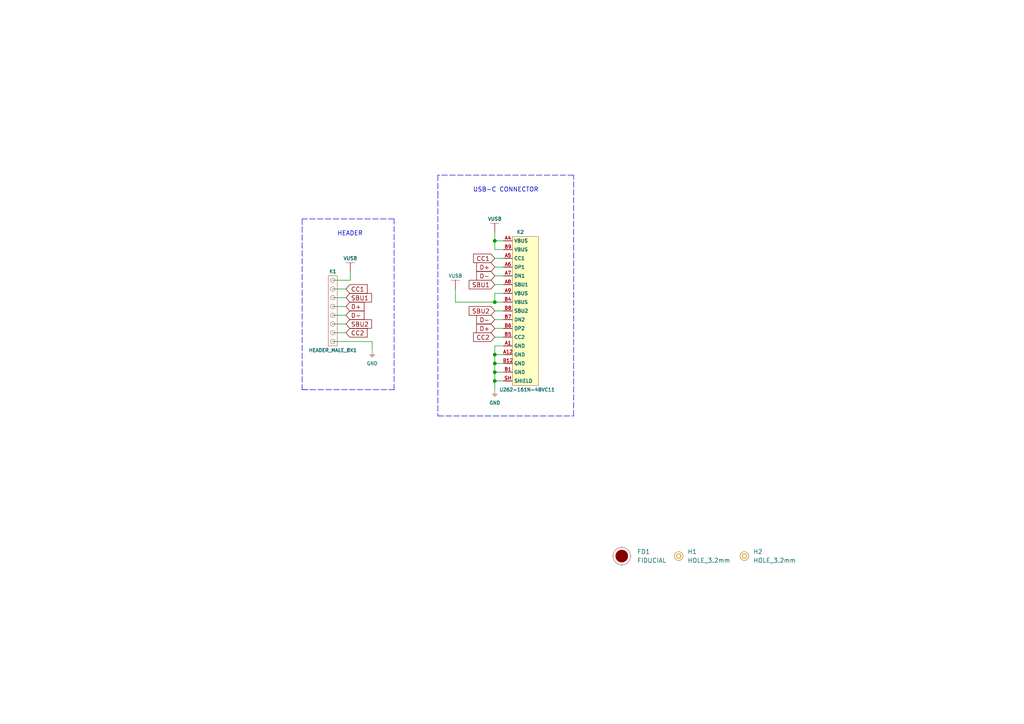
<source format=kicad_sch>
(kicad_sch (version 20210621) (generator eeschema)

  (uuid c98c2be4-887a-447d-897a-0c3b55f08831)

  (paper "A4")

  (title_block
    (title "USB-C breakout")
    (date "2021-07-06")
    (rev "V1.1.1.")
    (company "SOLDERED")
    (comment 1 "333011")
  )

  (lib_symbols
    (symbol "e-radionica.com schematics:FIDUCIAL" (in_bom no) (on_board yes)
      (property "Reference" "FD" (id 0) (at 0 3.81 0)
        (effects (font (size 1.27 1.27)))
      )
      (property "Value" "FIDUCIAL" (id 1) (at 0 -3.81 0)
        (effects (font (size 1.27 1.27)))
      )
      (property "Footprint" "e-radionica.com footprinti:FIDUCIAL_23" (id 2) (at 0.254 -5.334 0)
        (effects (font (size 1.27 1.27)) hide)
      )
      (property "Datasheet" "" (id 3) (at 0 0 0)
        (effects (font (size 1.27 1.27)) hide)
      )
      (symbol "FIDUCIAL_0_1"
        (circle (center 0 0) (radius 2.54) (stroke (width 0.0006)) (fill (type none)))
        (circle (center 0 0) (radius 1.7961) (stroke (width 0.001)) (fill (type outline)))
        (polyline
          (pts
            (xy -2.54 0)
            (xy -2.794 0)
          )
          (stroke (width 0.0006)) (fill (type none))
        )
        (polyline
          (pts
            (xy 0 -2.54)
            (xy 0 -2.794)
          )
          (stroke (width 0.0006)) (fill (type none))
        )
        (polyline
          (pts
            (xy 0 2.54)
            (xy 0 2.794)
          )
          (stroke (width 0.0006)) (fill (type none))
        )
        (polyline
          (pts
            (xy 2.54 0)
            (xy 2.794 0)
          )
          (stroke (width 0.0006)) (fill (type none))
        )
      )
    )
    (symbol "e-radionica.com schematics:GND" (power) (pin_names (offset 0)) (in_bom yes) (on_board yes)
      (property "Reference" "#PWR" (id 0) (at 4.445 0 0)
        (effects (font (size 1 1)) hide)
      )
      (property "Value" "GND" (id 1) (at 0 -2.921 0)
        (effects (font (size 1 1)))
      )
      (property "Footprint" "" (id 2) (at 4.445 3.81 0)
        (effects (font (size 1 1)) hide)
      )
      (property "Datasheet" "" (id 3) (at 4.445 3.81 0)
        (effects (font (size 1 1)) hide)
      )
      (property "ki_keywords" "power-flag" (id 4) (at 0 0 0)
        (effects (font (size 1.27 1.27)) hide)
      )
      (property "ki_description" "Power symbol creates a global label with name \"+3V3\"" (id 5) (at 0 0 0)
        (effects (font (size 1.27 1.27)) hide)
      )
      (symbol "GND_0_1"
        (polyline
          (pts
            (xy -0.762 -1.27)
            (xy 0.762 -1.27)
          )
          (stroke (width 0.0006)) (fill (type none))
        )
        (polyline
          (pts
            (xy -0.635 -1.524)
            (xy 0.635 -1.524)
          )
          (stroke (width 0.0006)) (fill (type none))
        )
        (polyline
          (pts
            (xy -0.381 -1.778)
            (xy 0.381 -1.778)
          )
          (stroke (width 0.0006)) (fill (type none))
        )
        (polyline
          (pts
            (xy -0.127 -2.032)
            (xy 0.127 -2.032)
          )
          (stroke (width 0.0006)) (fill (type none))
        )
        (polyline
          (pts
            (xy 0 0)
            (xy 0 -1.27)
          )
          (stroke (width 0.0006)) (fill (type none))
        )
      )
      (symbol "GND_1_1"
        (pin power_in line (at 0 0 270) (length 0) hide
          (name "GND" (effects (font (size 1.27 1.27))))
          (number "1" (effects (font (size 1.27 1.27))))
        )
      )
    )
    (symbol "e-radionica.com schematics:HEADER_MALE_8X1" (pin_numbers hide) (pin_names hide) (in_bom yes) (on_board yes)
      (property "Reference" "K" (id 0) (at -0.635 12.7 0)
        (effects (font (size 1 1)))
      )
      (property "Value" "HEADER_MALE_8X1" (id 1) (at 0.635 -10.16 0)
        (effects (font (size 1 1)))
      )
      (property "Footprint" "e-radionica.com footprinti:HEADER_MALE_8X1" (id 2) (at 0 0 0)
        (effects (font (size 1 1)) hide)
      )
      (property "Datasheet" "" (id 3) (at 0 0 0)
        (effects (font (size 1 1)) hide)
      )
      (symbol "HEADER_MALE_8X1_0_1"
        (circle (center 0 -7.62) (radius 0.635) (stroke (width 0.0006)) (fill (type none)))
        (circle (center 0 -5.08) (radius 0.635) (stroke (width 0.0006)) (fill (type none)))
        (circle (center 0 -2.54) (radius 0.635) (stroke (width 0.0006)) (fill (type none)))
        (circle (center 0 0) (radius 0.635) (stroke (width 0.0006)) (fill (type none)))
        (circle (center 0 2.54) (radius 0.635) (stroke (width 0.0006)) (fill (type none)))
        (circle (center 0 5.08) (radius 0.635) (stroke (width 0.0006)) (fill (type none)))
        (circle (center 0 7.62) (radius 0.635) (stroke (width 0.0006)) (fill (type none)))
        (circle (center 0 10.16) (radius 0.635) (stroke (width 0.0006)) (fill (type none)))
        (rectangle (start 1.27 -8.89) (end -1.27 11.43)
          (stroke (width 0.0006)) (fill (type none))
        )
      )
      (symbol "HEADER_MALE_8X1_1_1"
        (pin passive line (at 0 -7.62 180) (length 0)
          (name "~" (effects (font (size 0.991 0.991))))
          (number "1" (effects (font (size 0.991 0.991))))
        )
        (pin passive line (at 0 -5.08 180) (length 0)
          (name "~" (effects (font (size 0.991 0.991))))
          (number "2" (effects (font (size 0.991 0.991))))
        )
        (pin passive line (at 0 -2.54 180) (length 0)
          (name "~" (effects (font (size 0.991 0.991))))
          (number "3" (effects (font (size 0.991 0.991))))
        )
        (pin passive line (at 0 0 180) (length 0)
          (name "~" (effects (font (size 0.991 0.991))))
          (number "4" (effects (font (size 0.991 0.991))))
        )
        (pin passive line (at 0 2.54 180) (length 0)
          (name "~" (effects (font (size 0.991 0.991))))
          (number "5" (effects (font (size 0.991 0.991))))
        )
        (pin passive line (at 0 5.08 180) (length 0)
          (name "~" (effects (font (size 0.991 0.991))))
          (number "6" (effects (font (size 0.991 0.991))))
        )
        (pin passive line (at 0 7.62 180) (length 0)
          (name "~" (effects (font (size 0.991 0.991))))
          (number "7" (effects (font (size 0.991 0.991))))
        )
        (pin passive line (at 0 10.16 180) (length 0)
          (name "~" (effects (font (size 0.991 0.991))))
          (number "8" (effects (font (size 0.991 0.991))))
        )
      )
    )
    (symbol "e-radionica.com schematics:HOLE_3.2mm" (pin_numbers hide) (pin_names hide) (in_bom yes) (on_board yes)
      (property "Reference" "H" (id 0) (at 0 2.54 0)
        (effects (font (size 1.27 1.27)))
      )
      (property "Value" "HOLE_3.2mm" (id 1) (at 0 -2.54 0)
        (effects (font (size 1.27 1.27)))
      )
      (property "Footprint" "e-radionica.com footprinti:HOLE_3.2mm" (id 2) (at 0 0 0)
        (effects (font (size 1.27 1.27)) hide)
      )
      (property "Datasheet" "" (id 3) (at 0 0 0)
        (effects (font (size 1.27 1.27)) hide)
      )
      (symbol "HOLE_3.2mm_0_1"
        (circle (center 0 0) (radius 0.635) (stroke (width 0.0006)) (fill (type none)))
        (circle (center 0 0) (radius 1.27) (stroke (width 0.001)) (fill (type background)))
      )
    )
    (symbol "e-radionica.com schematics:U262-161N-4BVC11" (in_bom yes) (on_board yes)
      (property "Reference" "K" (id 0) (at 0 22.86 0)
        (effects (font (size 1 1)))
      )
      (property "Value" "U262-161N-4BVC11" (id 1) (at 2.54 -22.86 0)
        (effects (font (size 1 1)))
      )
      (property "Footprint" "e-radionica.com footprinti:U262-161N-4BVC11" (id 2) (at 1.27 -3.81 0)
        (effects (font (size 1 1)) hide)
      )
      (property "Datasheet" "" (id 3) (at 1.27 -3.81 0)
        (effects (font (size 1 1)) hide)
      )
      (property "ki_keywords" "USBC USB-C USB" (id 4) (at 0 0 0)
        (effects (font (size 1.27 1.27)) hide)
      )
      (symbol "U262-161N-4BVC11_0_1"
        (rectangle (start -1.27 21.59) (end 6.35 -21.59)
          (stroke (width 0.001)) (fill (type background))
        )
      )
      (symbol "U262-161N-4BVC11_1_1"
        (pin passive line (at -3.81 -10.16 0) (length 2.54)
          (name "GND" (effects (font (size 1 1))))
          (number "A1" (effects (font (size 1 1))))
        )
        (pin passive line (at -3.81 -12.7 0) (length 2.54)
          (name "GND" (effects (font (size 1 1))))
          (number "A12" (effects (font (size 1 1))))
        )
        (pin passive line (at -3.81 20.32 0) (length 2.54)
          (name "VBUS" (effects (font (size 1 1))))
          (number "A4" (effects (font (size 1 1))))
        )
        (pin passive line (at -3.81 15.24 0) (length 2.54)
          (name "CC1" (effects (font (size 1 1))))
          (number "A5" (effects (font (size 1 1))))
        )
        (pin passive line (at -3.81 12.7 0) (length 2.54)
          (name "DP1" (effects (font (size 1 1))))
          (number "A6" (effects (font (size 1 1))))
        )
        (pin passive line (at -3.81 10.16 0) (length 2.54)
          (name "DN1" (effects (font (size 1 1))))
          (number "A7" (effects (font (size 1 1))))
        )
        (pin passive line (at -3.81 7.62 0) (length 2.54)
          (name "SBU1" (effects (font (size 1 1))))
          (number "A8" (effects (font (size 1 1))))
        )
        (pin passive line (at -3.81 5.08 0) (length 2.54)
          (name "VBUS" (effects (font (size 1 1))))
          (number "A9" (effects (font (size 1 1))))
        )
        (pin passive line (at -3.81 -17.78 0) (length 2.54)
          (name "GND" (effects (font (size 1 1))))
          (number "B1" (effects (font (size 1 1))))
        )
        (pin passive line (at -3.81 -15.24 0) (length 2.54)
          (name "GND" (effects (font (size 1 1))))
          (number "B12" (effects (font (size 1 1))))
        )
        (pin passive line (at -3.81 2.54 0) (length 2.54)
          (name "VBUS" (effects (font (size 1 1))))
          (number "B4" (effects (font (size 1 1))))
        )
        (pin passive line (at -3.81 -7.62 0) (length 2.54)
          (name "CC2" (effects (font (size 1 1))))
          (number "B5" (effects (font (size 1 1))))
        )
        (pin passive line (at -3.81 -5.08 0) (length 2.54)
          (name "DP2" (effects (font (size 1 1))))
          (number "B6" (effects (font (size 1 1))))
        )
        (pin passive line (at -3.81 -2.54 0) (length 2.54)
          (name "DN2" (effects (font (size 1 1))))
          (number "B7" (effects (font (size 1 1))))
        )
        (pin passive line (at -3.81 0 0) (length 2.54)
          (name "SBU2" (effects (font (size 1 1))))
          (number "B8" (effects (font (size 1 1))))
        )
        (pin passive line (at -3.81 17.78 0) (length 2.54)
          (name "VBUS" (effects (font (size 1 1))))
          (number "B9" (effects (font (size 1 1))))
        )
        (pin passive line (at -3.81 -20.32 0) (length 2.54)
          (name "SHIELD" (effects (font (size 1 1))))
          (number "SH" (effects (font (size 1 1))))
        )
      )
    )
    (symbol "e-radionica.com schematics:VUSB" (power) (pin_names (offset 0)) (in_bom yes) (on_board yes)
      (property "Reference" "#PWR" (id 0) (at 4.445 0 0)
        (effects (font (size 1 1)) hide)
      )
      (property "Value" "VUSB" (id 1) (at 0 3.556 0)
        (effects (font (size 1 1)))
      )
      (property "Footprint" "" (id 2) (at 4.445 3.81 0)
        (effects (font (size 1 1)) hide)
      )
      (property "Datasheet" "" (id 3) (at 4.445 3.81 0)
        (effects (font (size 1 1)) hide)
      )
      (property "ki_keywords" "power-flag" (id 4) (at 0 0 0)
        (effects (font (size 1.27 1.27)) hide)
      )
      (property "ki_description" "Power symbol creates a global label with name \"+3V3\"" (id 5) (at 0 0 0)
        (effects (font (size 1.27 1.27)) hide)
      )
      (symbol "VUSB_0_1"
        (polyline
          (pts
            (xy -1.27 2.54)
            (xy 1.27 2.54)
          )
          (stroke (width 0.0006)) (fill (type none))
        )
        (polyline
          (pts
            (xy 0 0)
            (xy 0 2.54)
          )
          (stroke (width 0)) (fill (type none))
        )
      )
      (symbol "VUSB_1_1"
        (pin power_in line (at 0 0 90) (length 0) hide
          (name "VUSB" (effects (font (size 1.27 1.27))))
          (number "1" (effects (font (size 1.27 1.27))))
        )
      )
    )
  )

  (junction (at 143.51 69.85) (diameter 0.9144) (color 0 0 0 0))
  (junction (at 143.51 87.63) (diameter 0.9144) (color 0 0 0 0))
  (junction (at 143.51 102.87) (diameter 0.9144) (color 0 0 0 0))
  (junction (at 143.51 105.41) (diameter 0.9144) (color 0 0 0 0))
  (junction (at 143.51 107.95) (diameter 0.9144) (color 0 0 0 0))
  (junction (at 143.51 110.49) (diameter 0.9144) (color 0 0 0 0))

  (wire (pts (xy 96.52 81.28) (xy 101.6 81.28))
    (stroke (width 0) (type solid) (color 0 0 0 0))
    (uuid 4e84f56c-a2fa-4bbb-871b-304f8c7ebe33)
  )
  (wire (pts (xy 96.52 83.82) (xy 100.33 83.82))
    (stroke (width 0) (type solid) (color 0 0 0 0))
    (uuid a89ac1b8-9afb-4cfc-8180-04145a78e119)
  )
  (wire (pts (xy 96.52 86.36) (xy 100.33 86.36))
    (stroke (width 0) (type solid) (color 0 0 0 0))
    (uuid 68c49adf-a7c0-4650-a707-c489f2fe1466)
  )
  (wire (pts (xy 96.52 88.9) (xy 100.33 88.9))
    (stroke (width 0) (type solid) (color 0 0 0 0))
    (uuid 95fe3fce-21e8-469e-8020-169222fbc14f)
  )
  (wire (pts (xy 96.52 91.44) (xy 100.33 91.44))
    (stroke (width 0) (type solid) (color 0 0 0 0))
    (uuid 55beed1a-0a1d-49ef-abc3-b89169650894)
  )
  (wire (pts (xy 96.52 93.98) (xy 100.33 93.98))
    (stroke (width 0) (type solid) (color 0 0 0 0))
    (uuid 1ed4f9e0-509b-43ed-a85a-b27f85c9dd92)
  )
  (wire (pts (xy 96.52 96.52) (xy 100.33 96.52))
    (stroke (width 0) (type solid) (color 0 0 0 0))
    (uuid 26c720dc-2c14-458e-903e-8077d78a5d94)
  )
  (wire (pts (xy 96.52 99.06) (xy 107.95 99.06))
    (stroke (width 0) (type solid) (color 0 0 0 0))
    (uuid 21f1bd25-a1d9-4648-a0d6-fe6d99b828f4)
  )
  (wire (pts (xy 101.6 81.28) (xy 101.6 78.74))
    (stroke (width 0) (type solid) (color 0 0 0 0))
    (uuid 4e84f56c-a2fa-4bbb-871b-304f8c7ebe33)
  )
  (wire (pts (xy 107.95 99.06) (xy 107.95 101.6))
    (stroke (width 0) (type solid) (color 0 0 0 0))
    (uuid f05cebb0-39ce-4442-b6a8-854120863679)
  )
  (wire (pts (xy 132.08 87.63) (xy 132.08 83.82))
    (stroke (width 0) (type solid) (color 0 0 0 0))
    (uuid 36ce1aa8-010d-4ff0-b2e2-3c5add429555)
  )
  (wire (pts (xy 143.51 69.85) (xy 143.51 67.31))
    (stroke (width 0) (type solid) (color 0 0 0 0))
    (uuid d08d464e-d641-4189-a624-b144e91c6ee6)
  )
  (wire (pts (xy 143.51 72.39) (xy 143.51 69.85))
    (stroke (width 0) (type solid) (color 0 0 0 0))
    (uuid f6e63589-23ee-4354-9e91-a2acbc6303ab)
  )
  (wire (pts (xy 143.51 74.93) (xy 146.05 74.93))
    (stroke (width 0) (type solid) (color 0 0 0 0))
    (uuid fb4f1ff1-f3ba-4ec0-b9f8-6c1aa915c78c)
  )
  (wire (pts (xy 143.51 77.47) (xy 146.05 77.47))
    (stroke (width 0) (type solid) (color 0 0 0 0))
    (uuid bdb7214e-8e5c-4740-9d7e-df9341c9f3c1)
  )
  (wire (pts (xy 143.51 80.01) (xy 146.05 80.01))
    (stroke (width 0) (type solid) (color 0 0 0 0))
    (uuid 405237ff-6e4d-4870-9fae-56aa22386291)
  )
  (wire (pts (xy 143.51 82.55) (xy 146.05 82.55))
    (stroke (width 0) (type solid) (color 0 0 0 0))
    (uuid 9f028d61-9c98-4e0b-9671-f7230190c078)
  )
  (wire (pts (xy 143.51 85.09) (xy 143.51 87.63))
    (stroke (width 0) (type solid) (color 0 0 0 0))
    (uuid d6c0036d-4eb0-4103-a20f-56d413d2e356)
  )
  (wire (pts (xy 143.51 87.63) (xy 132.08 87.63))
    (stroke (width 0) (type solid) (color 0 0 0 0))
    (uuid 36ce1aa8-010d-4ff0-b2e2-3c5add429555)
  )
  (wire (pts (xy 143.51 90.17) (xy 146.05 90.17))
    (stroke (width 0) (type solid) (color 0 0 0 0))
    (uuid 9a0dab78-5ecf-46a1-ba0e-db6eb04cc615)
  )
  (wire (pts (xy 143.51 92.71) (xy 146.05 92.71))
    (stroke (width 0) (type solid) (color 0 0 0 0))
    (uuid 378ce38a-0620-45d8-aba9-2c7154848895)
  )
  (wire (pts (xy 143.51 95.25) (xy 146.05 95.25))
    (stroke (width 0) (type solid) (color 0 0 0 0))
    (uuid 544d9f56-49b3-46e4-afd5-97eafe47d227)
  )
  (wire (pts (xy 143.51 97.79) (xy 146.05 97.79))
    (stroke (width 0) (type solid) (color 0 0 0 0))
    (uuid 5f4200d4-5881-4798-9bef-b13197aab340)
  )
  (wire (pts (xy 143.51 100.33) (xy 143.51 102.87))
    (stroke (width 0) (type solid) (color 0 0 0 0))
    (uuid 8bee754a-7238-4f62-ac51-24452bba67bb)
  )
  (wire (pts (xy 143.51 102.87) (xy 143.51 105.41))
    (stroke (width 0) (type solid) (color 0 0 0 0))
    (uuid 1fadda08-e000-4c51-8fcd-ab0169f08f24)
  )
  (wire (pts (xy 143.51 105.41) (xy 143.51 107.95))
    (stroke (width 0) (type solid) (color 0 0 0 0))
    (uuid e500818f-79f0-4ece-b7b2-c41d35736c20)
  )
  (wire (pts (xy 143.51 107.95) (xy 143.51 110.49))
    (stroke (width 0) (type solid) (color 0 0 0 0))
    (uuid 01cb6e45-ec8b-4a4b-a28d-7179a1de486b)
  )
  (wire (pts (xy 143.51 110.49) (xy 143.51 113.03))
    (stroke (width 0) (type solid) (color 0 0 0 0))
    (uuid f8878235-5d4c-4195-b856-77b4928f3c9e)
  )
  (wire (pts (xy 146.05 69.85) (xy 143.51 69.85))
    (stroke (width 0) (type solid) (color 0 0 0 0))
    (uuid d08d464e-d641-4189-a624-b144e91c6ee6)
  )
  (wire (pts (xy 146.05 72.39) (xy 143.51 72.39))
    (stroke (width 0) (type solid) (color 0 0 0 0))
    (uuid f6e63589-23ee-4354-9e91-a2acbc6303ab)
  )
  (wire (pts (xy 146.05 85.09) (xy 143.51 85.09))
    (stroke (width 0) (type solid) (color 0 0 0 0))
    (uuid d6c0036d-4eb0-4103-a20f-56d413d2e356)
  )
  (wire (pts (xy 146.05 87.63) (xy 143.51 87.63))
    (stroke (width 0) (type solid) (color 0 0 0 0))
    (uuid 36ce1aa8-010d-4ff0-b2e2-3c5add429555)
  )
  (wire (pts (xy 146.05 100.33) (xy 143.51 100.33))
    (stroke (width 0) (type solid) (color 0 0 0 0))
    (uuid 8bee754a-7238-4f62-ac51-24452bba67bb)
  )
  (wire (pts (xy 146.05 102.87) (xy 143.51 102.87))
    (stroke (width 0) (type solid) (color 0 0 0 0))
    (uuid 1fadda08-e000-4c51-8fcd-ab0169f08f24)
  )
  (wire (pts (xy 146.05 105.41) (xy 143.51 105.41))
    (stroke (width 0) (type solid) (color 0 0 0 0))
    (uuid e500818f-79f0-4ece-b7b2-c41d35736c20)
  )
  (wire (pts (xy 146.05 107.95) (xy 143.51 107.95))
    (stroke (width 0) (type solid) (color 0 0 0 0))
    (uuid 01cb6e45-ec8b-4a4b-a28d-7179a1de486b)
  )
  (wire (pts (xy 146.05 110.49) (xy 143.51 110.49))
    (stroke (width 0) (type solid) (color 0 0 0 0))
    (uuid f8878235-5d4c-4195-b856-77b4928f3c9e)
  )
  (polyline (pts (xy 87.63 63.5) (xy 87.63 113.03))
    (stroke (width 0) (type dash) (color 0 0 0 0))
    (uuid cb23825a-1c21-4fa5-8200-89abe28302b1)
  )
  (polyline (pts (xy 87.63 113.03) (xy 90.17 113.03))
    (stroke (width 0) (type dash) (color 0 0 0 0))
    (uuid cb23825a-1c21-4fa5-8200-89abe28302b1)
  )
  (polyline (pts (xy 87.63 113.03) (xy 114.3 113.03))
    (stroke (width 0) (type dash) (color 0 0 0 0))
    (uuid cb23825a-1c21-4fa5-8200-89abe28302b1)
  )
  (polyline (pts (xy 114.3 63.5) (xy 87.63 63.5))
    (stroke (width 0) (type dash) (color 0 0 0 0))
    (uuid cb23825a-1c21-4fa5-8200-89abe28302b1)
  )
  (polyline (pts (xy 114.3 113.03) (xy 114.3 63.5))
    (stroke (width 0) (type dash) (color 0 0 0 0))
    (uuid cb23825a-1c21-4fa5-8200-89abe28302b1)
  )
  (polyline (pts (xy 127 50.8) (xy 127 55.88))
    (stroke (width 0) (type dash) (color 0 0 0 0))
    (uuid 9905690c-eddf-4792-9407-e599046f38f3)
  )
  (polyline (pts (xy 127 55.88) (xy 127 120.65))
    (stroke (width 0) (type dash) (color 0 0 0 0))
    (uuid 9905690c-eddf-4792-9407-e599046f38f3)
  )
  (polyline (pts (xy 127 120.65) (xy 166.37 120.65))
    (stroke (width 0) (type dash) (color 0 0 0 0))
    (uuid 9905690c-eddf-4792-9407-e599046f38f3)
  )
  (polyline (pts (xy 166.37 50.8) (xy 127 50.8))
    (stroke (width 0) (type dash) (color 0 0 0 0))
    (uuid 9905690c-eddf-4792-9407-e599046f38f3)
  )
  (polyline (pts (xy 166.37 120.65) (xy 166.37 50.8))
    (stroke (width 0) (type dash) (color 0 0 0 0))
    (uuid 9905690c-eddf-4792-9407-e599046f38f3)
  )

  (text "HEADER" (at 97.79 68.58 0)
    (effects (font (size 1.27 1.27)) (justify left bottom))
    (uuid 04a382c3-79be-4aea-8063-e7fc1c1dcf11)
  )
  (text "USB-C CONNECTOR\n" (at 137.16 55.88 0)
    (effects (font (size 1.27 1.27)) (justify left bottom))
    (uuid acbad630-c198-40c2-8280-2217f97dcc78)
  )

  (global_label "CC1" (shape input) (at 100.33 83.82 0)
    (effects (font (size 1.27 1.27)) (justify left))
    (uuid 932cd1a9-b579-4262-89c1-e23dc72ca829)
    (property "Intersheet References" "${INTERSHEET_REFS}" (id 0) (at 108.0166 83.8994 0)
      (effects (font (size 1.27 1.27)) (justify left) hide)
    )
  )
  (global_label "SBU1" (shape input) (at 100.33 86.36 0)
    (effects (font (size 1.27 1.27)) (justify left))
    (uuid 0e31a09f-c740-41d4-a4ad-cba036c0a4cb)
    (property "Intersheet References" "${INTERSHEET_REFS}" (id 0) (at 109.2866 86.4394 0)
      (effects (font (size 1.27 1.27)) (justify left) hide)
    )
  )
  (global_label "D+" (shape input) (at 100.33 88.9 0)
    (effects (font (size 1.27 1.27)) (justify left))
    (uuid 009db0ef-5fea-439b-aa36-33e041153b0d)
    (property "Intersheet References" "${INTERSHEET_REFS}" (id 0) (at 107.1095 88.9794 0)
      (effects (font (size 1.27 1.27)) (justify left) hide)
    )
  )
  (global_label "D-" (shape input) (at 100.33 91.44 0)
    (effects (font (size 1.27 1.27)) (justify left))
    (uuid e7288bab-9000-4688-9022-7bf94f58cba8)
    (property "Intersheet References" "${INTERSHEET_REFS}" (id 0) (at 107.1095 91.5194 0)
      (effects (font (size 1.27 1.27)) (justify left) hide)
    )
  )
  (global_label "SBU2" (shape input) (at 100.33 93.98 0)
    (effects (font (size 1.27 1.27)) (justify left))
    (uuid f3c6b9ab-d3b2-47a7-ae12-9fc81ce90a25)
    (property "Intersheet References" "${INTERSHEET_REFS}" (id 0) (at 109.2866 94.0594 0)
      (effects (font (size 1.27 1.27)) (justify left) hide)
    )
  )
  (global_label "CC2" (shape input) (at 100.33 96.52 0)
    (effects (font (size 1.27 1.27)) (justify left))
    (uuid 5effd082-6266-4c9c-bd05-2d1e33c0dcb9)
    (property "Intersheet References" "${INTERSHEET_REFS}" (id 0) (at 108.0166 96.5994 0)
      (effects (font (size 1.27 1.27)) (justify left) hide)
    )
  )
  (global_label "CC1" (shape input) (at 143.51 74.93 180)
    (effects (font (size 1.27 1.27)) (justify right))
    (uuid 69d33f5f-f1d1-4469-beab-dc0cf6d5e997)
    (property "Intersheet References" "${INTERSHEET_REFS}" (id 0) (at 135.8234 74.8506 0)
      (effects (font (size 1.27 1.27)) (justify right) hide)
    )
  )
  (global_label "D+" (shape input) (at 143.51 77.47 180)
    (effects (font (size 1.27 1.27)) (justify right))
    (uuid 99ee23a7-1225-4705-9552-a6e1aeafc305)
    (property "Intersheet References" "${INTERSHEET_REFS}" (id 0) (at 136.7305 77.3906 0)
      (effects (font (size 1.27 1.27)) (justify right) hide)
    )
  )
  (global_label "D-" (shape input) (at 143.51 80.01 180)
    (effects (font (size 1.27 1.27)) (justify right))
    (uuid df652c06-bcb8-4422-adbc-074737a2b973)
    (property "Intersheet References" "${INTERSHEET_REFS}" (id 0) (at 136.7305 79.9306 0)
      (effects (font (size 1.27 1.27)) (justify right) hide)
    )
  )
  (global_label "SBU1" (shape input) (at 143.51 82.55 180)
    (effects (font (size 1.27 1.27)) (justify right))
    (uuid 0bd52f47-b293-4a0b-8e03-58998268e240)
    (property "Intersheet References" "${INTERSHEET_REFS}" (id 0) (at 134.5534 82.4706 0)
      (effects (font (size 1.27 1.27)) (justify right) hide)
    )
  )
  (global_label "SBU2" (shape input) (at 143.51 90.17 180)
    (effects (font (size 1.27 1.27)) (justify right))
    (uuid 3b01f863-39f9-4f99-905f-6a7f135d70e8)
    (property "Intersheet References" "${INTERSHEET_REFS}" (id 0) (at 134.5534 90.0906 0)
      (effects (font (size 1.27 1.27)) (justify right) hide)
    )
  )
  (global_label "D-" (shape input) (at 143.51 92.71 180)
    (effects (font (size 1.27 1.27)) (justify right))
    (uuid 13e73d4e-2f53-41a7-8586-84746a451bc4)
    (property "Intersheet References" "${INTERSHEET_REFS}" (id 0) (at 136.7305 92.6306 0)
      (effects (font (size 1.27 1.27)) (justify right) hide)
    )
  )
  (global_label "D+" (shape input) (at 143.51 95.25 180)
    (effects (font (size 1.27 1.27)) (justify right))
    (uuid 1f3932a8-571f-4353-8a8d-88d59674c156)
    (property "Intersheet References" "${INTERSHEET_REFS}" (id 0) (at 136.7305 95.1706 0)
      (effects (font (size 1.27 1.27)) (justify right) hide)
    )
  )
  (global_label "CC2" (shape input) (at 143.51 97.79 180)
    (effects (font (size 1.27 1.27)) (justify right))
    (uuid 9320a6c5-a26b-4cb5-aace-4b133e833591)
    (property "Intersheet References" "${INTERSHEET_REFS}" (id 0) (at 135.8234 97.7106 0)
      (effects (font (size 1.27 1.27)) (justify right) hide)
    )
  )

  (symbol (lib_id "e-radionica.com schematics:GND") (at 107.95 101.6 0) (unit 1)
    (in_bom yes) (on_board yes)
    (uuid bcfa06f5-6532-4027-93f1-898b966513ec)
    (property "Reference" "#PWR0103" (id 0) (at 112.395 101.6 0)
      (effects (font (size 1 1)) hide)
    )
    (property "Value" "GND" (id 1) (at 107.95 105.41 0)
      (effects (font (size 1 1)))
    )
    (property "Footprint" "" (id 2) (at 112.395 97.79 0)
      (effects (font (size 1 1)) hide)
    )
    (property "Datasheet" "" (id 3) (at 112.395 97.79 0)
      (effects (font (size 1 1)) hide)
    )
    (pin "1" (uuid 5f47afad-a294-4f2a-807a-2187e2d2d5fc))
  )

  (symbol (lib_id "e-radionica.com schematics:GND") (at 143.51 113.03 0) (unit 1)
    (in_bom yes) (on_board yes)
    (uuid a95a6cf7-2d13-40bb-a28e-94106821878f)
    (property "Reference" "#PWR0101" (id 0) (at 147.955 113.03 0)
      (effects (font (size 1 1)) hide)
    )
    (property "Value" "GND" (id 1) (at 143.51 116.84 0)
      (effects (font (size 1 1)))
    )
    (property "Footprint" "" (id 2) (at 147.955 109.22 0)
      (effects (font (size 1 1)) hide)
    )
    (property "Datasheet" "" (id 3) (at 147.955 109.22 0)
      (effects (font (size 1 1)) hide)
    )
    (pin "1" (uuid 5f47afad-a294-4f2a-807a-2187e2d2d5fc))
  )

  (symbol (lib_id "e-radionica.com schematics:HOLE_3.2mm") (at 196.85 161.29 0) (unit 1)
    (in_bom yes) (on_board yes)
    (uuid 9d049dd2-98c9-4e3f-a91d-61789bd17a38)
    (property "Reference" "H1" (id 0) (at 199.39 160.02 0)
      (effects (font (size 1.27 1.27)) (justify left))
    )
    (property "Value" "HOLE_3.2mm" (id 1) (at 199.39 162.56 0)
      (effects (font (size 1.27 1.27)) (justify left))
    )
    (property "Footprint" "e-radionica.com footprinti:HOLE_3.2mm" (id 2) (at 196.85 161.29 0)
      (effects (font (size 1.27 1.27)) hide)
    )
    (property "Datasheet" "" (id 3) (at 196.85 161.29 0)
      (effects (font (size 1.27 1.27)) hide)
    )
  )

  (symbol (lib_id "e-radionica.com schematics:HOLE_3.2mm") (at 215.9 161.29 0) (unit 1)
    (in_bom yes) (on_board yes)
    (uuid 187109c7-1b54-4aed-86aa-447d2483bc3d)
    (property "Reference" "H2" (id 0) (at 218.44 160.02 0)
      (effects (font (size 1.27 1.27)) (justify left))
    )
    (property "Value" "HOLE_3.2mm" (id 1) (at 218.44 162.56 0)
      (effects (font (size 1.27 1.27)) (justify left))
    )
    (property "Footprint" "e-radionica.com footprinti:HOLE_3.2mm" (id 2) (at 215.9 161.29 0)
      (effects (font (size 1.27 1.27)) hide)
    )
    (property "Datasheet" "" (id 3) (at 215.9 161.29 0)
      (effects (font (size 1.27 1.27)) hide)
    )
  )

  (symbol (lib_id "e-radionica.com schematics:VUSB") (at 101.6 78.74 0) (unit 1)
    (in_bom yes) (on_board yes)
    (uuid 3f212554-6700-4ebe-8d75-08e61625495d)
    (property "Reference" "#PWR0102" (id 0) (at 106.045 78.74 0)
      (effects (font (size 1 1)) hide)
    )
    (property "Value" "VUSB" (id 1) (at 101.6 74.93 0)
      (effects (font (size 1 1)))
    )
    (property "Footprint" "" (id 2) (at 106.045 74.93 0)
      (effects (font (size 1 1)) hide)
    )
    (property "Datasheet" "" (id 3) (at 106.045 74.93 0)
      (effects (font (size 1 1)) hide)
    )
    (pin "1" (uuid c57d569a-86b5-4027-8360-d68bfef102fa))
  )

  (symbol (lib_id "e-radionica.com schematics:VUSB") (at 132.08 83.82 0) (unit 1)
    (in_bom yes) (on_board yes)
    (uuid 17dcaed4-3f50-40d2-b3bc-29c2f03cecdf)
    (property "Reference" "#PWR0105" (id 0) (at 136.525 83.82 0)
      (effects (font (size 1 1)) hide)
    )
    (property "Value" "VUSB" (id 1) (at 132.08 80.01 0)
      (effects (font (size 1 1)))
    )
    (property "Footprint" "" (id 2) (at 136.525 80.01 0)
      (effects (font (size 1 1)) hide)
    )
    (property "Datasheet" "" (id 3) (at 136.525 80.01 0)
      (effects (font (size 1 1)) hide)
    )
    (pin "1" (uuid c57d569a-86b5-4027-8360-d68bfef102fa))
  )

  (symbol (lib_id "e-radionica.com schematics:VUSB") (at 143.51 67.31 0) (unit 1)
    (in_bom yes) (on_board yes)
    (uuid b86c00d6-8150-4cfa-8dd3-e0c96815e7f6)
    (property "Reference" "#PWR0104" (id 0) (at 147.955 67.31 0)
      (effects (font (size 1 1)) hide)
    )
    (property "Value" "VUSB" (id 1) (at 143.51 63.5 0)
      (effects (font (size 1 1)))
    )
    (property "Footprint" "" (id 2) (at 147.955 63.5 0)
      (effects (font (size 1 1)) hide)
    )
    (property "Datasheet" "" (id 3) (at 147.955 63.5 0)
      (effects (font (size 1 1)) hide)
    )
    (pin "1" (uuid c57d569a-86b5-4027-8360-d68bfef102fa))
  )

  (symbol (lib_id "e-radionica.com schematics:FIDUCIAL") (at 180.34 161.29 0) (unit 1)
    (in_bom no) (on_board yes) (fields_autoplaced)
    (uuid 281dc0e6-9750-4c63-a991-53ab5ea1f25c)
    (property "Reference" "FD1" (id 0) (at 184.785 160.0199 0)
      (effects (font (size 1.27 1.27)) (justify left))
    )
    (property "Value" "FIDUCIAL" (id 1) (at 184.785 162.5599 0)
      (effects (font (size 1.27 1.27)) (justify left))
    )
    (property "Footprint" "e-radionica.com footprinti:FIDUCIAL_23" (id 2) (at 180.594 166.624 0)
      (effects (font (size 1.27 1.27)) hide)
    )
    (property "Datasheet" "" (id 3) (at 180.34 161.29 0)
      (effects (font (size 1.27 1.27)) hide)
    )
  )

  (symbol (lib_id "e-radionica.com schematics:HEADER_MALE_8X1") (at 96.52 91.44 0) (unit 1)
    (in_bom yes) (on_board yes)
    (uuid a7fb905b-a55d-4dfa-8a94-de9872a933d0)
    (property "Reference" "K1" (id 0) (at 96.52 78.74 0)
      (effects (font (size 1 1)))
    )
    (property "Value" "HEADER_MALE_8X1" (id 1) (at 96.52 101.6 0)
      (effects (font (size 1 1)))
    )
    (property "Footprint" "e-radionica.com footprinti:HEADER_MALE_8X1" (id 2) (at 96.52 91.44 0)
      (effects (font (size 1 1)) hide)
    )
    (property "Datasheet" "" (id 3) (at 96.52 91.44 0)
      (effects (font (size 1 1)) hide)
    )
    (pin "1" (uuid d9489108-4784-4519-9874-821bb69b7bb7))
    (pin "2" (uuid 9b4d2a34-0115-4a0e-8f12-3bef1c7b30b0))
    (pin "3" (uuid 9a250c7a-971f-4cc0-9657-93be4a6d23dd))
    (pin "4" (uuid 54ad0ecf-e0b7-4a71-9cb3-ee00549ef4c3))
    (pin "5" (uuid eac26991-dc40-4e40-b540-9dd08937ef76))
    (pin "6" (uuid 94a230e1-0749-4bb9-bf55-f2c6590d584d))
    (pin "7" (uuid 768219cb-a5ce-4b06-b867-86727dccd62d))
    (pin "8" (uuid 1c15f36d-2acf-4958-87ea-ae3b0e89d74b))
  )

  (symbol (lib_id "e-radionica.com schematics:U262-161N-4BVC11") (at 149.86 90.17 0) (unit 1)
    (in_bom yes) (on_board yes)
    (uuid 91b57009-1795-46ff-aba7-c2ffb9822d08)
    (property "Reference" "K2" (id 0) (at 149.86 67.31 0)
      (effects (font (size 1 1)) (justify left))
    )
    (property "Value" "U262-161N-4BVC11" (id 1) (at 144.78 113.03 0)
      (effects (font (size 1 1)) (justify left))
    )
    (property "Footprint" "e-radionica.com footprinti:U262-161N-4BVC11" (id 2) (at 151.13 93.98 0)
      (effects (font (size 1 1)) hide)
    )
    (property "Datasheet" "" (id 3) (at 151.13 93.98 0)
      (effects (font (size 1 1)) hide)
    )
    (pin "A1" (uuid fc974d51-1b89-4945-bda2-49885d2f2d38))
    (pin "A12" (uuid f30c5e68-5e77-4740-9479-15770a4cf160))
    (pin "A4" (uuid b49d4c77-5e05-46d4-8a0d-c31e70c36175))
    (pin "A5" (uuid 18c018b0-2527-4d00-afac-f0884e987e66))
    (pin "A6" (uuid 29723e92-bc0d-4e3d-874b-d8059ee2fca5))
    (pin "A7" (uuid 6aa0d573-221a-4d90-af28-b6ca76ce99da))
    (pin "A8" (uuid a689163f-db18-4e07-9f4c-76e7f010ba0a))
    (pin "A9" (uuid 55603db8-9792-470e-a691-b613d6cf42ee))
    (pin "B1" (uuid b7500aca-87fd-4b00-b293-ae89a35f60f3))
    (pin "B12" (uuid aff5c5aa-3492-4db0-b24f-0ef3d3481bcf))
    (pin "B4" (uuid 29bc8082-f22a-4616-b815-c636965925d8))
    (pin "B5" (uuid 9de8c0df-5d55-4ee8-bdb8-c96c3b304f48))
    (pin "B6" (uuid a44a23f2-4ac0-4e7d-9d75-bee57910fa4e))
    (pin "B7" (uuid 78fb50a8-c86b-4057-a015-9b92664c7425))
    (pin "B8" (uuid ba32e160-7fc9-4e37-8ec6-ded1e680e00d))
    (pin "B9" (uuid b496906e-b657-409b-acb7-067d9d040a2f))
    (pin "SH" (uuid f91be6ec-32d1-4118-a8ac-64880a2ce0d8))
  )

  (sheet_instances
    (path "/" (page "1"))
  )

  (symbol_instances
    (path "/a95a6cf7-2d13-40bb-a28e-94106821878f"
      (reference "#PWR0101") (unit 1) (value "GND") (footprint "")
    )
    (path "/3f212554-6700-4ebe-8d75-08e61625495d"
      (reference "#PWR0102") (unit 1) (value "VUSB") (footprint "")
    )
    (path "/bcfa06f5-6532-4027-93f1-898b966513ec"
      (reference "#PWR0103") (unit 1) (value "GND") (footprint "")
    )
    (path "/b86c00d6-8150-4cfa-8dd3-e0c96815e7f6"
      (reference "#PWR0104") (unit 1) (value "VUSB") (footprint "")
    )
    (path "/17dcaed4-3f50-40d2-b3bc-29c2f03cecdf"
      (reference "#PWR0105") (unit 1) (value "VUSB") (footprint "")
    )
    (path "/281dc0e6-9750-4c63-a991-53ab5ea1f25c"
      (reference "FD1") (unit 1) (value "FIDUCIAL") (footprint "e-radionica.com footprinti:FIDUCIAL_23")
    )
    (path "/9d049dd2-98c9-4e3f-a91d-61789bd17a38"
      (reference "H1") (unit 1) (value "HOLE_3.2mm") (footprint "e-radionica.com footprinti:HOLE_3.2mm")
    )
    (path "/187109c7-1b54-4aed-86aa-447d2483bc3d"
      (reference "H2") (unit 1) (value "HOLE_3.2mm") (footprint "e-radionica.com footprinti:HOLE_3.2mm")
    )
    (path "/a7fb905b-a55d-4dfa-8a94-de9872a933d0"
      (reference "K1") (unit 1) (value "HEADER_MALE_8X1") (footprint "e-radionica.com footprinti:HEADER_MALE_8X1")
    )
    (path "/91b57009-1795-46ff-aba7-c2ffb9822d08"
      (reference "K2") (unit 1) (value "U262-161N-4BVC11") (footprint "e-radionica.com footprinti:U262-161N-4BVC11")
    )
  )
)

</source>
